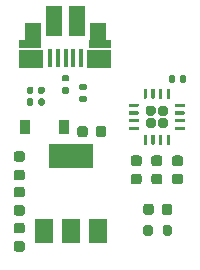
<source format=gbr>
%TF.GenerationSoftware,KiCad,Pcbnew,5.1.8*%
%TF.CreationDate,2020-11-23T13:22:29+09:00*%
%TF.ProjectId,rasp_usb,72617370-5f75-4736-922e-6b696361645f,rev?*%
%TF.SameCoordinates,Original*%
%TF.FileFunction,Paste,Top*%
%TF.FilePolarity,Positive*%
%FSLAX46Y46*%
G04 Gerber Fmt 4.6, Leading zero omitted, Abs format (unit mm)*
G04 Created by KiCad (PCBNEW 5.1.8) date 2020-11-23 13:22:29*
%MOMM*%
%LPD*%
G01*
G04 APERTURE LIST*
%ADD10R,3.800000X2.000000*%
%ADD11R,1.500000X2.000000*%
%ADD12R,1.350000X2.000000*%
%ADD13R,1.825000X0.700000*%
%ADD14R,2.000000X1.500000*%
%ADD15R,0.400000X1.650000*%
%ADD16R,1.430000X2.500000*%
%ADD17R,0.900000X1.200000*%
G04 APERTURE END LIST*
D10*
%TO.C,U1*%
X107750000Y-73100000D03*
D11*
X107750000Y-79400000D03*
X110050000Y-79400000D03*
X105450000Y-79400000D03*
%TD*%
%TO.C,C1*%
G36*
G01*
X115250000Y-75475000D02*
X114750000Y-75475000D01*
G75*
G02*
X114525000Y-75250000I0J225000D01*
G01*
X114525000Y-74800000D01*
G75*
G02*
X114750000Y-74575000I225000J0D01*
G01*
X115250000Y-74575000D01*
G75*
G02*
X115475000Y-74800000I0J-225000D01*
G01*
X115475000Y-75250000D01*
G75*
G02*
X115250000Y-75475000I-225000J0D01*
G01*
G37*
G36*
G01*
X115250000Y-73925000D02*
X114750000Y-73925000D01*
G75*
G02*
X114525000Y-73700000I0J225000D01*
G01*
X114525000Y-73250000D01*
G75*
G02*
X114750000Y-73025000I225000J0D01*
G01*
X115250000Y-73025000D01*
G75*
G02*
X115475000Y-73250000I0J-225000D01*
G01*
X115475000Y-73700000D01*
G75*
G02*
X115250000Y-73925000I-225000J0D01*
G01*
G37*
%TD*%
%TO.C,C2*%
G36*
G01*
X113500000Y-73925000D02*
X113000000Y-73925000D01*
G75*
G02*
X112775000Y-73700000I0J225000D01*
G01*
X112775000Y-73250000D01*
G75*
G02*
X113000000Y-73025000I225000J0D01*
G01*
X113500000Y-73025000D01*
G75*
G02*
X113725000Y-73250000I0J-225000D01*
G01*
X113725000Y-73700000D01*
G75*
G02*
X113500000Y-73925000I-225000J0D01*
G01*
G37*
G36*
G01*
X113500000Y-75475000D02*
X113000000Y-75475000D01*
G75*
G02*
X112775000Y-75250000I0J225000D01*
G01*
X112775000Y-74800000D01*
G75*
G02*
X113000000Y-74575000I225000J0D01*
G01*
X113500000Y-74575000D01*
G75*
G02*
X113725000Y-74800000I0J-225000D01*
G01*
X113725000Y-75250000D01*
G75*
G02*
X113500000Y-75475000I-225000J0D01*
G01*
G37*
%TD*%
%TO.C,C3*%
G36*
G01*
X117000000Y-75475000D02*
X116500000Y-75475000D01*
G75*
G02*
X116275000Y-75250000I0J225000D01*
G01*
X116275000Y-74800000D01*
G75*
G02*
X116500000Y-74575000I225000J0D01*
G01*
X117000000Y-74575000D01*
G75*
G02*
X117225000Y-74800000I0J-225000D01*
G01*
X117225000Y-75250000D01*
G75*
G02*
X117000000Y-75475000I-225000J0D01*
G01*
G37*
G36*
G01*
X117000000Y-73925000D02*
X116500000Y-73925000D01*
G75*
G02*
X116275000Y-73700000I0J225000D01*
G01*
X116275000Y-73250000D01*
G75*
G02*
X116500000Y-73025000I225000J0D01*
G01*
X117000000Y-73025000D01*
G75*
G02*
X117225000Y-73250000I0J-225000D01*
G01*
X117225000Y-73700000D01*
G75*
G02*
X117000000Y-73925000I-225000J0D01*
G01*
G37*
%TD*%
%TO.C,C4*%
G36*
G01*
X104550000Y-67330000D02*
X104550000Y-67670000D01*
G75*
G02*
X104410000Y-67810000I-140000J0D01*
G01*
X104130000Y-67810000D01*
G75*
G02*
X103990000Y-67670000I0J140000D01*
G01*
X103990000Y-67330000D01*
G75*
G02*
X104130000Y-67190000I140000J0D01*
G01*
X104410000Y-67190000D01*
G75*
G02*
X104550000Y-67330000I0J-140000D01*
G01*
G37*
G36*
G01*
X105510000Y-67330000D02*
X105510000Y-67670000D01*
G75*
G02*
X105370000Y-67810000I-140000J0D01*
G01*
X105090000Y-67810000D01*
G75*
G02*
X104950000Y-67670000I0J140000D01*
G01*
X104950000Y-67330000D01*
G75*
G02*
X105090000Y-67190000I140000J0D01*
G01*
X105370000Y-67190000D01*
G75*
G02*
X105510000Y-67330000I0J-140000D01*
G01*
G37*
%TD*%
%TO.C,C5*%
G36*
G01*
X103100000Y-75675000D02*
X103600000Y-75675000D01*
G75*
G02*
X103825000Y-75900000I0J-225000D01*
G01*
X103825000Y-76350000D01*
G75*
G02*
X103600000Y-76575000I-225000J0D01*
G01*
X103100000Y-76575000D01*
G75*
G02*
X102875000Y-76350000I0J225000D01*
G01*
X102875000Y-75900000D01*
G75*
G02*
X103100000Y-75675000I225000J0D01*
G01*
G37*
G36*
G01*
X103100000Y-77225000D02*
X103600000Y-77225000D01*
G75*
G02*
X103825000Y-77450000I0J-225000D01*
G01*
X103825000Y-77900000D01*
G75*
G02*
X103600000Y-78125000I-225000J0D01*
G01*
X103100000Y-78125000D01*
G75*
G02*
X102875000Y-77900000I0J225000D01*
G01*
X102875000Y-77450000D01*
G75*
G02*
X103100000Y-77225000I225000J0D01*
G01*
G37*
%TD*%
%TO.C,C6*%
G36*
G01*
X105510000Y-68330000D02*
X105510000Y-68670000D01*
G75*
G02*
X105370000Y-68810000I-140000J0D01*
G01*
X105090000Y-68810000D01*
G75*
G02*
X104950000Y-68670000I0J140000D01*
G01*
X104950000Y-68330000D01*
G75*
G02*
X105090000Y-68190000I140000J0D01*
G01*
X105370000Y-68190000D01*
G75*
G02*
X105510000Y-68330000I0J-140000D01*
G01*
G37*
G36*
G01*
X104550000Y-68330000D02*
X104550000Y-68670000D01*
G75*
G02*
X104410000Y-68810000I-140000J0D01*
G01*
X104130000Y-68810000D01*
G75*
G02*
X103990000Y-68670000I0J140000D01*
G01*
X103990000Y-68330000D01*
G75*
G02*
X104130000Y-68190000I140000J0D01*
G01*
X104410000Y-68190000D01*
G75*
G02*
X104550000Y-68330000I0J-140000D01*
G01*
G37*
%TD*%
%TO.C,C7*%
G36*
G01*
X115990000Y-66720000D02*
X115990000Y-66380000D01*
G75*
G02*
X116130000Y-66240000I140000J0D01*
G01*
X116410000Y-66240000D01*
G75*
G02*
X116550000Y-66380000I0J-140000D01*
G01*
X116550000Y-66720000D01*
G75*
G02*
X116410000Y-66860000I-140000J0D01*
G01*
X116130000Y-66860000D01*
G75*
G02*
X115990000Y-66720000I0J140000D01*
G01*
G37*
G36*
G01*
X116950000Y-66720000D02*
X116950000Y-66380000D01*
G75*
G02*
X117090000Y-66240000I140000J0D01*
G01*
X117370000Y-66240000D01*
G75*
G02*
X117510000Y-66380000I0J-140000D01*
G01*
X117510000Y-66720000D01*
G75*
G02*
X117370000Y-66860000I-140000J0D01*
G01*
X117090000Y-66860000D01*
G75*
G02*
X116950000Y-66720000I0J140000D01*
G01*
G37*
%TD*%
%TO.C,C8*%
G36*
G01*
X103600000Y-79625000D02*
X103100000Y-79625000D01*
G75*
G02*
X102875000Y-79400000I0J225000D01*
G01*
X102875000Y-78950000D01*
G75*
G02*
X103100000Y-78725000I225000J0D01*
G01*
X103600000Y-78725000D01*
G75*
G02*
X103825000Y-78950000I0J-225000D01*
G01*
X103825000Y-79400000D01*
G75*
G02*
X103600000Y-79625000I-225000J0D01*
G01*
G37*
G36*
G01*
X103600000Y-81175000D02*
X103100000Y-81175000D01*
G75*
G02*
X102875000Y-80950000I0J225000D01*
G01*
X102875000Y-80500000D01*
G75*
G02*
X103100000Y-80275000I225000J0D01*
G01*
X103600000Y-80275000D01*
G75*
G02*
X103825000Y-80500000I0J-225000D01*
G01*
X103825000Y-80950000D01*
G75*
G02*
X103600000Y-81175000I-225000J0D01*
G01*
G37*
%TD*%
%TO.C,D2*%
G36*
G01*
X116300000Y-77331250D02*
X116300000Y-77843750D01*
G75*
G02*
X116081250Y-78062500I-218750J0D01*
G01*
X115643750Y-78062500D01*
G75*
G02*
X115425000Y-77843750I0J218750D01*
G01*
X115425000Y-77331250D01*
G75*
G02*
X115643750Y-77112500I218750J0D01*
G01*
X116081250Y-77112500D01*
G75*
G02*
X116300000Y-77331250I0J-218750D01*
G01*
G37*
G36*
G01*
X114725000Y-77331250D02*
X114725000Y-77843750D01*
G75*
G02*
X114506250Y-78062500I-218750J0D01*
G01*
X114068750Y-78062500D01*
G75*
G02*
X113850000Y-77843750I0J218750D01*
G01*
X113850000Y-77331250D01*
G75*
G02*
X114068750Y-77112500I218750J0D01*
G01*
X114506250Y-77112500D01*
G75*
G02*
X114725000Y-77331250I0J-218750D01*
G01*
G37*
%TD*%
%TO.C,FB1*%
G36*
G01*
X108275000Y-71256250D02*
X108275000Y-70743750D01*
G75*
G02*
X108493750Y-70525000I218750J0D01*
G01*
X108931250Y-70525000D01*
G75*
G02*
X109150000Y-70743750I0J-218750D01*
G01*
X109150000Y-71256250D01*
G75*
G02*
X108931250Y-71475000I-218750J0D01*
G01*
X108493750Y-71475000D01*
G75*
G02*
X108275000Y-71256250I0J218750D01*
G01*
G37*
G36*
G01*
X109850000Y-71256250D02*
X109850000Y-70743750D01*
G75*
G02*
X110068750Y-70525000I218750J0D01*
G01*
X110506250Y-70525000D01*
G75*
G02*
X110725000Y-70743750I0J-218750D01*
G01*
X110725000Y-71256250D01*
G75*
G02*
X110506250Y-71475000I-218750J0D01*
G01*
X110068750Y-71475000D01*
G75*
G02*
X109850000Y-71256250I0J218750D01*
G01*
G37*
%TD*%
%TO.C,R3*%
G36*
G01*
X108565000Y-67990000D02*
X108935000Y-67990000D01*
G75*
G02*
X109070000Y-68125000I0J-135000D01*
G01*
X109070000Y-68395000D01*
G75*
G02*
X108935000Y-68530000I-135000J0D01*
G01*
X108565000Y-68530000D01*
G75*
G02*
X108430000Y-68395000I0J135000D01*
G01*
X108430000Y-68125000D01*
G75*
G02*
X108565000Y-67990000I135000J0D01*
G01*
G37*
G36*
G01*
X108565000Y-66970000D02*
X108935000Y-66970000D01*
G75*
G02*
X109070000Y-67105000I0J-135000D01*
G01*
X109070000Y-67375000D01*
G75*
G02*
X108935000Y-67510000I-135000J0D01*
G01*
X108565000Y-67510000D01*
G75*
G02*
X108430000Y-67375000I0J135000D01*
G01*
X108430000Y-67105000D01*
G75*
G02*
X108565000Y-66970000I135000J0D01*
G01*
G37*
%TD*%
%TO.C,R4*%
G36*
G01*
X107090000Y-66220000D02*
X107460000Y-66220000D01*
G75*
G02*
X107595000Y-66355000I0J-135000D01*
G01*
X107595000Y-66625000D01*
G75*
G02*
X107460000Y-66760000I-135000J0D01*
G01*
X107090000Y-66760000D01*
G75*
G02*
X106955000Y-66625000I0J135000D01*
G01*
X106955000Y-66355000D01*
G75*
G02*
X107090000Y-66220000I135000J0D01*
G01*
G37*
G36*
G01*
X107090000Y-67240000D02*
X107460000Y-67240000D01*
G75*
G02*
X107595000Y-67375000I0J-135000D01*
G01*
X107595000Y-67645000D01*
G75*
G02*
X107460000Y-67780000I-135000J0D01*
G01*
X107090000Y-67780000D01*
G75*
G02*
X106955000Y-67645000I0J135000D01*
G01*
X106955000Y-67375000D01*
G75*
G02*
X107090000Y-67240000I135000J0D01*
G01*
G37*
%TD*%
%TO.C,R5*%
G36*
G01*
X113850000Y-79650000D02*
X113850000Y-79100000D01*
G75*
G02*
X114050000Y-78900000I200000J0D01*
G01*
X114450000Y-78900000D01*
G75*
G02*
X114650000Y-79100000I0J-200000D01*
G01*
X114650000Y-79650000D01*
G75*
G02*
X114450000Y-79850000I-200000J0D01*
G01*
X114050000Y-79850000D01*
G75*
G02*
X113850000Y-79650000I0J200000D01*
G01*
G37*
G36*
G01*
X115500000Y-79650000D02*
X115500000Y-79100000D01*
G75*
G02*
X115700000Y-78900000I200000J0D01*
G01*
X116100000Y-78900000D01*
G75*
G02*
X116300000Y-79100000I0J-200000D01*
G01*
X116300000Y-79650000D01*
G75*
G02*
X116100000Y-79850000I-200000J0D01*
G01*
X115700000Y-79850000D01*
G75*
G02*
X115500000Y-79650000I0J200000D01*
G01*
G37*
%TD*%
%TO.C,U2*%
G36*
G01*
X115900000Y-67375000D02*
X116050000Y-67375000D01*
G75*
G02*
X116125000Y-67450000I0J-75000D01*
G01*
X116125000Y-68150000D01*
G75*
G02*
X116050000Y-68225000I-75000J0D01*
G01*
X115900000Y-68225000D01*
G75*
G02*
X115825000Y-68150000I0J75000D01*
G01*
X115825000Y-67450000D01*
G75*
G02*
X115900000Y-67375000I75000J0D01*
G01*
G37*
G36*
G01*
X115250000Y-67375000D02*
X115400000Y-67375000D01*
G75*
G02*
X115475000Y-67450000I0J-75000D01*
G01*
X115475000Y-68150000D01*
G75*
G02*
X115400000Y-68225000I-75000J0D01*
G01*
X115250000Y-68225000D01*
G75*
G02*
X115175000Y-68150000I0J75000D01*
G01*
X115175000Y-67450000D01*
G75*
G02*
X115250000Y-67375000I75000J0D01*
G01*
G37*
G36*
G01*
X114600000Y-67375000D02*
X114750000Y-67375000D01*
G75*
G02*
X114825000Y-67450000I0J-75000D01*
G01*
X114825000Y-68150000D01*
G75*
G02*
X114750000Y-68225000I-75000J0D01*
G01*
X114600000Y-68225000D01*
G75*
G02*
X114525000Y-68150000I0J75000D01*
G01*
X114525000Y-67450000D01*
G75*
G02*
X114600000Y-67375000I75000J0D01*
G01*
G37*
G36*
G01*
X113950000Y-67375000D02*
X114100000Y-67375000D01*
G75*
G02*
X114175000Y-67450000I0J-75000D01*
G01*
X114175000Y-68150000D01*
G75*
G02*
X114100000Y-68225000I-75000J0D01*
G01*
X113950000Y-68225000D01*
G75*
G02*
X113875000Y-68150000I0J75000D01*
G01*
X113875000Y-67450000D01*
G75*
G02*
X113950000Y-67375000I75000J0D01*
G01*
G37*
G36*
G01*
X112700000Y-68625000D02*
X113400000Y-68625000D01*
G75*
G02*
X113475000Y-68700000I0J-75000D01*
G01*
X113475000Y-68850000D01*
G75*
G02*
X113400000Y-68925000I-75000J0D01*
G01*
X112700000Y-68925000D01*
G75*
G02*
X112625000Y-68850000I0J75000D01*
G01*
X112625000Y-68700000D01*
G75*
G02*
X112700000Y-68625000I75000J0D01*
G01*
G37*
G36*
G01*
X112700000Y-69275000D02*
X113400000Y-69275000D01*
G75*
G02*
X113475000Y-69350000I0J-75000D01*
G01*
X113475000Y-69500000D01*
G75*
G02*
X113400000Y-69575000I-75000J0D01*
G01*
X112700000Y-69575000D01*
G75*
G02*
X112625000Y-69500000I0J75000D01*
G01*
X112625000Y-69350000D01*
G75*
G02*
X112700000Y-69275000I75000J0D01*
G01*
G37*
G36*
G01*
X112700000Y-69925000D02*
X113400000Y-69925000D01*
G75*
G02*
X113475000Y-70000000I0J-75000D01*
G01*
X113475000Y-70150000D01*
G75*
G02*
X113400000Y-70225000I-75000J0D01*
G01*
X112700000Y-70225000D01*
G75*
G02*
X112625000Y-70150000I0J75000D01*
G01*
X112625000Y-70000000D01*
G75*
G02*
X112700000Y-69925000I75000J0D01*
G01*
G37*
G36*
G01*
X112700000Y-70575000D02*
X113400000Y-70575000D01*
G75*
G02*
X113475000Y-70650000I0J-75000D01*
G01*
X113475000Y-70800000D01*
G75*
G02*
X113400000Y-70875000I-75000J0D01*
G01*
X112700000Y-70875000D01*
G75*
G02*
X112625000Y-70800000I0J75000D01*
G01*
X112625000Y-70650000D01*
G75*
G02*
X112700000Y-70575000I75000J0D01*
G01*
G37*
G36*
G01*
X113950000Y-71275000D02*
X114100000Y-71275000D01*
G75*
G02*
X114175000Y-71350000I0J-75000D01*
G01*
X114175000Y-72050000D01*
G75*
G02*
X114100000Y-72125000I-75000J0D01*
G01*
X113950000Y-72125000D01*
G75*
G02*
X113875000Y-72050000I0J75000D01*
G01*
X113875000Y-71350000D01*
G75*
G02*
X113950000Y-71275000I75000J0D01*
G01*
G37*
G36*
G01*
X114600000Y-71275000D02*
X114750000Y-71275000D01*
G75*
G02*
X114825000Y-71350000I0J-75000D01*
G01*
X114825000Y-72050000D01*
G75*
G02*
X114750000Y-72125000I-75000J0D01*
G01*
X114600000Y-72125000D01*
G75*
G02*
X114525000Y-72050000I0J75000D01*
G01*
X114525000Y-71350000D01*
G75*
G02*
X114600000Y-71275000I75000J0D01*
G01*
G37*
G36*
G01*
X115250000Y-71275000D02*
X115400000Y-71275000D01*
G75*
G02*
X115475000Y-71350000I0J-75000D01*
G01*
X115475000Y-72050000D01*
G75*
G02*
X115400000Y-72125000I-75000J0D01*
G01*
X115250000Y-72125000D01*
G75*
G02*
X115175000Y-72050000I0J75000D01*
G01*
X115175000Y-71350000D01*
G75*
G02*
X115250000Y-71275000I75000J0D01*
G01*
G37*
G36*
G01*
X115900000Y-71275000D02*
X116050000Y-71275000D01*
G75*
G02*
X116125000Y-71350000I0J-75000D01*
G01*
X116125000Y-72050000D01*
G75*
G02*
X116050000Y-72125000I-75000J0D01*
G01*
X115900000Y-72125000D01*
G75*
G02*
X115825000Y-72050000I0J75000D01*
G01*
X115825000Y-71350000D01*
G75*
G02*
X115900000Y-71275000I75000J0D01*
G01*
G37*
G36*
G01*
X116600000Y-70575000D02*
X117300000Y-70575000D01*
G75*
G02*
X117375000Y-70650000I0J-75000D01*
G01*
X117375000Y-70800000D01*
G75*
G02*
X117300000Y-70875000I-75000J0D01*
G01*
X116600000Y-70875000D01*
G75*
G02*
X116525000Y-70800000I0J75000D01*
G01*
X116525000Y-70650000D01*
G75*
G02*
X116600000Y-70575000I75000J0D01*
G01*
G37*
G36*
G01*
X116600000Y-69925000D02*
X117300000Y-69925000D01*
G75*
G02*
X117375000Y-70000000I0J-75000D01*
G01*
X117375000Y-70150000D01*
G75*
G02*
X117300000Y-70225000I-75000J0D01*
G01*
X116600000Y-70225000D01*
G75*
G02*
X116525000Y-70150000I0J75000D01*
G01*
X116525000Y-70000000D01*
G75*
G02*
X116600000Y-69925000I75000J0D01*
G01*
G37*
G36*
G01*
X116600000Y-69275000D02*
X117300000Y-69275000D01*
G75*
G02*
X117375000Y-69350000I0J-75000D01*
G01*
X117375000Y-69500000D01*
G75*
G02*
X117300000Y-69575000I-75000J0D01*
G01*
X116600000Y-69575000D01*
G75*
G02*
X116525000Y-69500000I0J75000D01*
G01*
X116525000Y-69350000D01*
G75*
G02*
X116600000Y-69275000I75000J0D01*
G01*
G37*
G36*
G01*
X116600000Y-68625000D02*
X117300000Y-68625000D01*
G75*
G02*
X117375000Y-68700000I0J-75000D01*
G01*
X117375000Y-68850000D01*
G75*
G02*
X117300000Y-68925000I-75000J0D01*
G01*
X116600000Y-68925000D01*
G75*
G02*
X116525000Y-68850000I0J75000D01*
G01*
X116525000Y-68700000D01*
G75*
G02*
X116600000Y-68625000I75000J0D01*
G01*
G37*
G36*
G01*
X115312500Y-68800000D02*
X115737500Y-68800000D01*
G75*
G02*
X115950000Y-69012500I0J-212500D01*
G01*
X115950000Y-69437500D01*
G75*
G02*
X115737500Y-69650000I-212500J0D01*
G01*
X115312500Y-69650000D01*
G75*
G02*
X115100000Y-69437500I0J212500D01*
G01*
X115100000Y-69012500D01*
G75*
G02*
X115312500Y-68800000I212500J0D01*
G01*
G37*
G36*
G01*
X114262500Y-68800000D02*
X114687500Y-68800000D01*
G75*
G02*
X114900000Y-69012500I0J-212500D01*
G01*
X114900000Y-69437500D01*
G75*
G02*
X114687500Y-69650000I-212500J0D01*
G01*
X114262500Y-69650000D01*
G75*
G02*
X114050000Y-69437500I0J212500D01*
G01*
X114050000Y-69012500D01*
G75*
G02*
X114262500Y-68800000I212500J0D01*
G01*
G37*
G36*
G01*
X115312500Y-69850000D02*
X115737500Y-69850000D01*
G75*
G02*
X115950000Y-70062500I0J-212500D01*
G01*
X115950000Y-70487500D01*
G75*
G02*
X115737500Y-70700000I-212500J0D01*
G01*
X115312500Y-70700000D01*
G75*
G02*
X115100000Y-70487500I0J212500D01*
G01*
X115100000Y-70062500D01*
G75*
G02*
X115312500Y-69850000I212500J0D01*
G01*
G37*
G36*
G01*
X114262500Y-69850000D02*
X114687500Y-69850000D01*
G75*
G02*
X114900000Y-70062500I0J-212500D01*
G01*
X114900000Y-70487500D01*
G75*
G02*
X114687500Y-70700000I-212500J0D01*
G01*
X114262500Y-70700000D01*
G75*
G02*
X114050000Y-70487500I0J212500D01*
G01*
X114050000Y-70062500D01*
G75*
G02*
X114262500Y-69850000I212500J0D01*
G01*
G37*
%TD*%
D12*
%TO.C,J1*%
X104525000Y-62815000D03*
X110005000Y-62815000D03*
D13*
X110225000Y-63565000D03*
X104275000Y-63565000D03*
D14*
X110125000Y-64865000D03*
X104375000Y-64885000D03*
D15*
X108575000Y-64765000D03*
X107925000Y-64765000D03*
X107275000Y-64765000D03*
X106625000Y-64765000D03*
X105975000Y-64765000D03*
D16*
X108235000Y-61615000D03*
X106315000Y-61615000D03*
%TD*%
%TO.C,F1*%
G36*
G01*
X103093750Y-72675000D02*
X103606250Y-72675000D01*
G75*
G02*
X103825000Y-72893750I0J-218750D01*
G01*
X103825000Y-73331250D01*
G75*
G02*
X103606250Y-73550000I-218750J0D01*
G01*
X103093750Y-73550000D01*
G75*
G02*
X102875000Y-73331250I0J218750D01*
G01*
X102875000Y-72893750D01*
G75*
G02*
X103093750Y-72675000I218750J0D01*
G01*
G37*
G36*
G01*
X103093750Y-74250000D02*
X103606250Y-74250000D01*
G75*
G02*
X103825000Y-74468750I0J-218750D01*
G01*
X103825000Y-74906250D01*
G75*
G02*
X103606250Y-75125000I-218750J0D01*
G01*
X103093750Y-75125000D01*
G75*
G02*
X102875000Y-74906250I0J218750D01*
G01*
X102875000Y-74468750D01*
G75*
G02*
X103093750Y-74250000I218750J0D01*
G01*
G37*
%TD*%
D17*
%TO.C,D1*%
X103850000Y-70600000D03*
X107150000Y-70600000D03*
%TD*%
M02*

</source>
